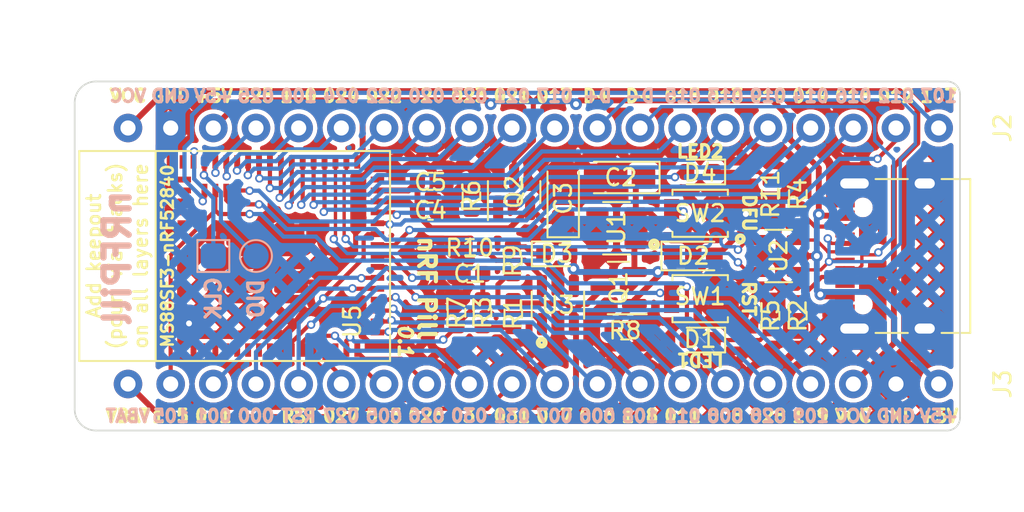
<source format=kicad_pcb>
(kicad_pcb (version 20211014) (generator pcbnew)
  (layers (0 "F.Cu" signal) (31 "B.Cu" signal) (34 "B.Paste" user) (35 "F.Paste" user) (36 "B.SilkS" user "B.Silkscreen") (37 "F.SilkS" user "F.Silkscreen") (38 "B.Mask" user) (39 "F.Mask" user) (44 "Edge.Cuts" user))
  (net 0 "")
  (net 1 "GND")
  (net 2 "VCC")
  (net 3 "BATTERY_PIN")
  (net 4 "VBAT")
  (net 5 "DP+")
  (net 6 "DP-")
  (net 7 "DCCH")
  (net 8 "nRF_VDD")
  (net 9 "RST")
  (net 10 "D+")
  (net 11 "D-")
  (net 12 "SWDIO")
  (net 13 "SWCLK")
  (net 14 "0.27")
  (net 15 "0.05")
  (net 16 "0.23")
  (net 17 "0.07")
  (net 18 "0.06")
  (net 19 "1.08")
  (net 20 "0.11")
  (net 21 "0.08")
  (net 22 "1.09")
  (net 23 "0.12")
  (net 24 "0.16")
  (net 25 "0.14")
  (net 27 "0.19")
  (net 28 "0.13")
  (net 29 "0.15")
  (net 30 "0.17")
  (net 31 "0.21")
  (net 32 "0.20")
  (net 33 "0.22")
  (net 34 "0.24")
  (net 35 "1.00")
  (net 36 "+5V")
  (net 37 "0.00")
  (net 38 "0.01")
  (net 39 "Net-(J1-PadA5)")
  (net 41 "Net-(J1-PadB5)")
  (net 43 "0.25")
  (net 44 "Net-(C2-Pad1)")
  (net 45 "Net-(D1-Pad1)")
  (net 46 "LED_2")
  (net 47 "Net-(D3-Pad1)")
  (net 48 "POWER_PIN")
  (net 49 "Net-(R9-Pad2)")
  (net 50 "Net-(R10-Pad1)")
  (net 51 "DFU")
  (net 53 "LED_1")
  (net 54 "Net-(D4-Pad1)")
  (net 55 "0.26")
  (net 56 "Net-(R1-Pad2)")
  (net 68 "unconnected-(U5-Pad55)")
  (net 69 "unconnected-(U5-Pad56)")
  (net 70 "0.28")
  (net 71 "0.31")
  (net 72 "0.30")
  (net 74 "1.07")
  (footprint "Capacitor_SMD:C_0603_1608Metric" (layer "F.Cu") (at 73.6854 51.8668 180)
    (fp_text reference "C1")
    (fp_text value "100nF")
  )
  (footprint "Resistor_SMD:R_0603_1608Metric" (layer "F.Cu") (at 73.787 47.244 90)
    (fp_text reference "R6")
    (fp_text value "2M")
  )
  (footprint "Capacitor_SMD:C_0603_1608Metric" (layer "F.Cu") (at 71.3486 46.355)
    (fp_text reference "C5")
    (fp_text value "0.1uF")
  )
  (footprint "Library:PinHeader_1x20_P2.54mm_Vertical" (layer "F.Cu") (at 101.6 58.42 -90)
    (fp_text reference "J3")
    (fp_text value " ")
  )
  (footprint "Button_Switch_SMD:SW_SPST_B3U-1000P" (layer "F.Cu") (at 87.4014 53.34 180)
    (fp_text reference "SW1")
    (fp_text value "RST")
  )
  (footprint "Resistor_SMD:R_0603_1608Metric" (layer "F.Cu") (at 76.2762 54.229 -90)
    (fp_text reference "R1")
    (fp_text value "2M")
  )
  (footprint "Resistor_SMD:R_0603_1608Metric" (layer "F.Cu") (at 76.2508 51.0794 -90)
    (fp_text reference "R9")
    (fp_text value "1K")
  )
  (footprint "Capacitor_SMD:C_0603_1608Metric" (layer "F.Cu") (at 71.3486 48.133)
    (fp_text reference "C4")
    (fp_text value "10uF")
  )
  (footprint "Capacitor_Tantalum_SMD:CP_EIA-3216-12_Kemet-S" (layer "F.Cu") (at 82.677 46.1264 180)
    (fp_text reference "C2")
    (fp_text value "10uF")
  )
  (footprint "Diode_SMD:D_SOD-323_HandSoldering" (layer "F.Cu") (at 86.995 50.8)
    (fp_text reference "D2")
    (fp_text value "1N5819")
  )
  (footprint "Library:SOT-23-6" (layer "F.Cu") (at 92.075 50.8)
    (fp_text reference "U2")
    (fp_text value "USBLC6-2SC6")
  )
  (footprint "Library:PinHeader_1x20_P2.54mm_Vertical" (layer "F.Cu") (at 101.6 43.18 -90)
    (fp_text reference "J2")
    (fp_text value " ")
  )
  (footprint "Button_Switch_SMD:SW_SPST_B3U-1000P" (layer "F.Cu") (at 87.4014 48.26 180)
    (fp_text reference "SW2")
    (fp_text value "DFU")
  )
  (footprint "Resistor_SMD:R_0603_1608Metric" (layer "F.Cu") (at 93.218 54.356 -90)
    (fp_text reference "R2")
    (fp_text value "5.1k")
  )
  (footprint "Resistor_SMD:R_0603_1608Metric" (layer "F.Cu") (at 93.218 47.117 -90)
    (fp_text reference "R4")
    (fp_text value "5.1k")
  )
  (footprint "LED_SMD:LED_0603_1608Metric" (layer "F.Cu") (at 87.4014 45.7962 180)
    (fp_text reference "D4")
    (fp_text value "BLUE")
  )
  (footprint "kien242:USB-C-16pin-hight" (layer "F.Cu") (at 99.695 50.8 -90)
    (fp_text reference "J1")
    (fp_text value "USB_C_Receptacle_USB2.0")
  )
  (footprint "Library:SOT-23-5" (layer "F.Cu") (at 82.423 49.149 180)
    (fp_text reference "U1")
    (fp_text value "MIC5219-3.3YM5")
  )
  (footprint "Package_TO_SOT_SMD:SOT-23" (layer "F.Cu") (at 76.327 46.99 90)
    (fp_text reference "Q2")
    (fp_text value "AO3407")
  )
  (footprint "Resistor_SMD:R_0603_1608Metric" (layer "F.Cu") (at 82.931 55.245)
    (fp_text reference "R8")
    (fp_text value "100K")
  )
  (footprint "Package_TO_SOT_SMD:SOT-23" (layer "F.Cu") (at 82.55 52.705 180)
    (fp_text reference "Q1")
    (fp_text value "AO3407")
  )
  (footprint "Resistor_SMD:R_0603_1608Metric" (layer "F.Cu") (at 73.6854 50.3174 180)
    (fp_text reference "R10")
    (fp_text value "RPROG")
  )
  (footprint "Capacitor_Tantalum_SMD:CP_EIA-3216-12_Kemet-S" (layer "F.Cu") (at 79.248 47.371 90)
    (fp_text reference "C3")
    (fp_text value "10uF")
  )
  (footprint "Resistor_SMD:R_0603_1608Metric" (layer "F.Cu") (at 72.898 54.1782 90)
    (fp_text reference "R7")
    (fp_text value "10M")
  )
  (footprint "kien242:MS88SF3-nRF52840" (layer "F.Cu") (at 59.69 50.8 90)
    (fp_text reference "U5")
    (fp_text value "MS88FS3")
  )
  (footprint "Resistor_SMD:R_0603_1608Metric" (layer "F.Cu") (at 91.5924 47.117 90)
    (fp_text reference "R11")
    (fp_text value "1K")
  )
  (footprint "LED_SMD:LED_0603_1608Metric" (layer "F.Cu") (at 78.867 50.673)
    (fp_text reference "D3")
    (fp_text value "BLUE")
  )
  (footprint "Library:SOT-23-5" (layer "F.Cu") (at 78.933 53.721 90)
    (fp_text reference "U3")
    (fp_text value "TP4054")
  )
  (footprint "Resistor_SMD:R_0603_1608Metric" (layer "F.Cu") (at 91.5924 54.356 -90)
    (fp_text reference "R5")
    (fp_text value "1K")
  )
  (footprint "LED_SMD:LED_0603_1608Metric" (layer "F.Cu") (at 87.4014 55.8038 180)
    (fp_text reference "D1")
    (fp_text value "BLUE")
  )
  (footprint "Resistor_SMD:R_0603_1608Metric" (layer "F.Cu") (at 74.4474 54.1782 90)
    (fp_text reference "R3")
    (fp_text value "2M")
  )
  (footprint "TestPoint:TestPoint_Pad_D1.5mm" (layer "B.Cu") (at 60.96 50.8)
    (fp_text reference "J5")
    (fp_text value " ")
  )
  (footprint "TestPoint:TestPoint_Pad_1.5x1.5mm" (layer "B.Cu") (at 58.42 50.8)
    (fp_text reference "J4")
    (fp_text value " ")
  )
  (gr_arc (start 102.108 40.41) (mid 102.646815 40.633185) (end 102.87 41.172) (layer "Edge.Cuts") (width 0.1))
  (gr_arc (start 102.87 60.428) (mid 102.646815 60.966815) (end 102.108 61.19) (layer "Edge.Cuts") (width 0.1))
  (gr_arc (start 51.435 61.19) (mid 50.536974 60.818026) (end 50.165 59.92) (layer "Edge.Cuts") (width 0.1))
  (gr_arc (start 50.165 41.68) (mid 50.536974 40.781974) (end 51.435 40.41) (layer "Edge.Cuts") (width 0.1))
  (gr_line (start 102.108 40.41) (end 51.435 40.41) (layer "Edge.Cuts") (width 0.1))
  (gr_line (start 51.435 61.19) (end 102.108 61.19) (layer "Edge.Cuts") (width 0.1))
  (gr_line (start 102.87 60.428) (end 102.87 41.172) (layer "Edge.Cuts") (width 0.1))
  (gr_line (start 50.165 41.68) (end 50.165 59.92) (layer "Edge.Cuts") (width 0.1))
  (gr_text "014" (at 93.98 41.275) (layer "B.SilkS") (effects (font (size 0.75 0.75) (thickness 0.1875)) (justify mirror)))
  (gr_text "001" (at 58.42 60.325) (layer "B.SilkS") (effects (font (size 0.75 0.75) (thickness 0.1875)) (justify mirror)))
  (gr_text "GND" (at 99.06 60.325) (layer "B.SilkS") (effects (font (size 0.75 0.75) (thickness 0.1875)) (justify mirror)))
  (gr_text "025" (at 60.96 41.275) (layer "B.SilkS") (effects (font (size 0.75 0.75) (thickness 0.1875)) (justify mirror)))
  (gr_text "031" (at 76.2 60.325) (layer "B.SilkS") (effects (font (size 0.75 0.75) (thickness 0.1875)) (justify mirror)))
  (gr_text "028" (at 91.44 60.325) (layer "B.SilkS") (effects (font (size 0.75 0.75) (thickness 0.1875)) (justify mirror)))
  (gr_text "016" (at 96.52 41.275) (layer "B.SilkS") (effects (font (size 0.75 0.75) (thickness 0.1875)) (justify mirror)))
  (gr_text "DIO" (at 60.96 53.34 90) (layer "B.SilkS") (effects (font (size 0.9 0.9) (thickness 0.2)) (justify mirror)))
  (gr_text "021" (at 76.2 41.275) (layer "B.SilkS") (effects (font (size 0.75 0.75) (thickness 0.1875)) (justify mirror)))
  (gr_text "108" (at 83.82 60.325) (layer "B.SilkS") (effects (font (size 0.75 0.75) (thickness 0.1875)) (justify mirror)))
  (gr_text "019" (at 91.44 41.275) (layer "B.SilkS") (effects (font (size 0.75 0.75) (thickness 0.1875)) (justify mirror)))
  (gr_text "022" (at 68.58 41.275) (layer "B.SilkS") (effects (font (size 0.75 0.75) (thickness 0.1875)) (justify mirror)))
  (gr_text "105" (at 55.88 60.325) (layer "B.SilkS") (effects (font (size 0.75 0.75) (thickness 0.1875)) (justify mirror)))
  (gr_text "107" (at 101.6 41.275) (layer "B.SilkS") (effects (font (size 0.75 0.75) (thickness 0.1875)) (justify mirror)))
  (gr_text "nRFPill" (at 52.705 50.927 90) (layer "B.SilkS") (effects (font (size 1.5 1.5) (thickness 0.375)) (justify mirror)))
  (gr_text "005" (at 68.58 60.325) (layer "B.SilkS") (effects (font (size 0.75 0.75) (thickness 0.1875)) (justify mirror)))
  (gr_text "+5V" (at 58.42 41.267202) (layer "B.SilkS") (effects (font (size 0.75 0.75) (thickness 0.1875)) (justify mirror)))
  (gr_text "027" (at 66.04 60.325) (layer "B.SilkS") (effects (font (size 0.75 0.75) (thickness 0.1875)) (justify mirror)))
  (gr_text "+5V" (at 101.6 60.325) (layer "B.SilkS") (effects (font (size 0.75 0.75) (thickness 0.1875)) (justify mirror)))
  (gr_text "026" (at 71.111986 60.313303) (layer "B.SilkS") (effects (font (size 0.75 0.75) (thickness 0.1875)) (justify mirror)))
  (gr_text "VCC" (at 96.52 60.325) (layer "B.SilkS") (effects (font (size 0.75 0.75) (thickness 0.1875)) (justify mirror)))
  (gr_text "GND" (at 55.88 41.275) (layer "B.SilkS") (effects (font (size 0.75 0.75) (thickness 0.1875)) (justify mirror)))
  (gr_text "RST" (at 63.5 60.325) (layer "B.SilkS") (effects (font (size 0.75 0.75) (thickness 0.1875)) (justify mirror)))
  (gr_text "D-\n" (at 83.82 41.275) (layer "B.SilkS") (effects (font (size 0.75 0.75) (thickness 0.1875)) (justify mirror)))
  (gr_text "007" (at 78.729846 60.325) (layer "B.SilkS") (effects (font (size 0.75 0.75) (thickness 0.1875)) (justify mirror)))
  (gr_text "000" (at 60.96 60.325) (layer "B.SilkS") (effects (font (size 0.75 0.75) (thickness 0.1875)) (justify mirror)))
  (gr_text "030" (at 73.650145 60.313303) (layer "B.SilkS") (effects (font (size 0.75 0.75) (thickness 0.1875)) (justify mirror)))
  (gr_text "VCC" (at 53.337942 41.267202) (layer "B.SilkS") (effects (font (size 0.75 0.75) (thickness 0.1875)) (justify mirror)))
  (gr_text "013" (at 88.9 41.275) (layer "B.SilkS") (effects (font (size 0.75 0.75) (thickness 0.1875)) (justify mirror)))
  (gr_text "VBAT" (at 53.34 60.325) (layer "B.SilkS") (effects (font (size 0.75 0.75) (thickness 0.1875)) (justify mirror)))
  (gr_text "024" (at 66.04 41.275) (layer "B.SilkS") (effects (font (size 0.75 0.75) (thickness 0.1875)) (justify mirror)))
  (gr_text "011" (at 86.356615 60.325) (layer "B.SilkS") (effects (font (size 0.75 0.75) (thickness 0.1875)) (justify mirror)))
  (gr_text "100" (at 63.5 41.275) (layer "B.SilkS") (effects (font (size 0.75 0.75) (thickness 0.1875)) (justify mirror)))
  (gr_text "CLK" (at 58.42 53.34 90) (layer "B.SilkS") (effects (font (size 0.9 0.9) (thickness 0.2)) (justify mirror)))
  (gr_text "006" (at 81.28 60.325) (layer "B.SilkS") (effects (font (size 0.75 0.75) (thickness 0.1875)) (justify mirror)))
  (gr_text "008" (at 88.9 60.325) (layer "B.SilkS") (effects (font (size 0.75 0.75) (thickness 0.1875)) (justify mirror)))
  (gr_text "017" (at 78.74 41.275) (layer "B.SilkS") (effects (font (size 0.75 0.75) (thickness 0.1875)) (justify mirror)))
  (gr_text "109" (at 93.98 60.325) (layer "B.SilkS") (effects (font (size 0.75 0.75) (thickness 0.1875)) (justify mirror)))
  (gr_text "012" (at 99.06 41.275) (layer "B.SilkS") (effects (font (size 0.75 0.75) (thickness 0.1875)) (justify mirror)))
  (gr_text "015" (at 86.36 41.275) (layer "B.SilkS") (effects (font (size 0.75 0.75) (thickness 0.1875)) (justify mirror)))
  (gr_text "D+" (at 81.28 41.275) (layer "B.SilkS") (effects (font (size 0.75 0.75) (thickness 0.1875)) (justify mirror)))
  (gr_text "020" (at 71.12 41.275) (layer "B.SilkS") (effects (font (size 0.75 0.75) (thickness 0.1875)) (justify mirror)))
  (gr_text "023" (at 73.66 41.275) (layer "B.SilkS") (effects (font (size 0.75 0.75) (thickness 0.1875)) (justify mirror)))
  (gr_text "008" (at 88.9 60.325) (layer "F.SilkS") (effects (font (size 0.75 0.75) (thickness 0.1875))))
  (gr_text "100" (at 63.5 41.275) (layer "F.SilkS") (effects (font (size 0.75 0.75) (thickness 0.1875))))
  (gr_text "006" (at 81.28 60.325) (layer "F.SilkS") (effects (font (size 0.75 0.75) (thickness 0.1875))))
  (gr_text "016" (at 96.52 41.275) (layer "F.SilkS") (effects (font (size 0.75 0.75) (thickness 0.1875))))
  (gr_text "RST" (at 63.5 60.325) (layer "F.SilkS") (effects (font (size 0.75 0.75) (thickness 0.1875))))
  (gr_text "0.1" (at 69.85 55.88 270) (layer "F.SilkS") (effects (font (size 0.8 0.8) (thickness 0.2) italic)))
  (gr_text "024" (at 66.038971 41.267202) (layer "F.SilkS") (effects (font (size 0.75 0.75) (thickness 0.1875))))
  (gr_text "020" (at 71.111986 41.263303) (layer "F.SilkS") (effects (font (size 0.75 0.75) (thickness 0.1875))))
  (gr_text "VBAT" (at 53.34 60.325) (layer "F.SilkS") (effects (font (size 0.75 0.75) (thickness 0.1875))))
  (gr_text "027" (at 66.038971 60.317202) (layer "F.SilkS") (effects (font (size 0.75 0.75) (thickness 0.1875))))
  (gr_text "+5V" (at 101.6 60.325) (layer "F.SilkS") (effects (font (size 0.75 0.75) (thickness 0.1875))))
  (gr_text "030" (at 73.650145 60.313303) (layer "F.SilkS") (effects (font (size 0.75 0.75) (thickness 0.1875))))
  (gr_text "109" (at 93.98 60.325) (layer "F.SilkS") (effects (font (size 0.75 0.75) (thickness 0.1875))))
  (gr_text "014" (at 93.98 41.275) (layer "F.SilkS") (effects (font (size 0.75 0.75) (thickness 0.1875))))
  (gr_text "019" (at 91.44 41.275) (layer "F.SilkS") (effects (font (size 0.75 0.75) (thickness 0.1875))))
  (gr_text "021" (at 76.2 41.275) (layer "F.SilkS") (effects (font (size 0.75 0.75) (thickness 0.1875))))
  (gr_text "D-\n" (at 83.82 41.275) (layer "F.SilkS") (effects (font (size 0.75 0.75) (thickness 0.1875))))
  (gr_text "105" (at 55.88 60.325) (layer "F.SilkS") (effects (font (size 0.75 0.75) (thickness 0.1875))))
  (gr_text "GND" (at 55.88 41.275) (layer "F.SilkS") (effects (font (size 0.75 0.75) (thickness 0.1875))))
  (gr_text "LED1" (at 87.4014 56.9722 180) (layer "F.SilkS") (effects (font (size 0.75 0.75) (thickness 0.1875))))
  (gr_text "022" (at 68.58 41.275) (layer "F.SilkS") (effects (font (size 0.75 0.75) (thickness 0.1875))))
  (gr_text "005" (at 68.58 60.325) (layer "F.SilkS") (effects (font (size 0.75 0.75) (thickness 0.1875))))
  (gr_text "RST" (at 90.297 53.34 270) (layer "F.SilkS") (effects (font (size 0.75 0.75) (thickness 0.1875))))
  (gr_text "VCC" (at 96.52 60.325) (layer "F.SilkS") (effects (font (size 0.75 0.75) (thickness 0.1875))))
  (gr_text "007" (at 78.729846 60.324999) (layer "F.SilkS") (effects (font (size 0.75 0.75) (thickness 0.1875))))
  (gr_text "VCC" (at 53.337942 41.267202) (layer "F.SilkS") (effects (font (size 0.75 0.75) (thickness 0.1875))))
  (gr_text "028" (at 91.44 60.325) (layer "F.SilkS") (effects (font (size 0.75 0.75) (thickness 0.1875))))
  (gr_text "031" (at 76.2 60.325) (layer "F.SilkS") (effects (font (size 0.75 0.75) (thickness 0.1875))))
  (gr_text "000" (at 60.957942 60.317202) (layer "F.SilkS") (effects (font (size 0.75 0.75) (thickness 0.1875))))
  (gr_text "108" (at 83.82 60.325) (layer "F.SilkS") (effects (font (size 0.75 0.75) (thickness 0.1875))))
  (gr_text "107" (at 101.6 41.275) (layer "F.SilkS") (effects (font (size 0.75 0.75) (thickness 0.1875))))
  (gr_text "012" (at 99.06 41.275) (layer "F.SilkS") (effects (font (size 0.75 0.75) (thickness 0.1875))))
  (gr_text "025" (at 60.957942 41.267202) (layer "F.SilkS") (effects (font (size 0.75 0.75) (thickness 0.1875))))
  (gr_text "DFU" (at 90.3224 48.2346 270) (layer "F.SilkS") (effects (font (size 0.75 0.75) (thickness 0.1875))))
  (gr_text "023" (at 73.650145 41.263303) (layer "F.SilkS") (effects (font (size 0.75 0.75) (thickness 0.1875))))
  (gr_text "nRF Pill" (at 71.12 52.705 270) (layer "F.SilkS") (effects (font (size 1 1) (thickness 0.25))))
  (gr_text "013" (at 88.9 41.275) (layer "F.SilkS") (effects (font (size 0.75 0.75) (thickness 0.1875))))
  (gr_text "LED2" (at 87.4014 44.577) (layer "F.SilkS") (effects (font (size 0.75 0.75) (thickness 0.1875))))
  (gr_text "017" (at 78.729846 41.274999) (layer "F.SilkS") (effects (font (size 0.75 0.75) (thickness 0.1875))))
  (gr_text "011" (at 86.356615 60.324999) (layer "F.SilkS") (effects (font (size 0.75 0.75) (thickness 0.1875))))
  (gr_text "015" (at 86.356615 41.274999) (layer "F.SilkS") (effects (font (size 0.75 0.75) (thickness 0.1875))))
  (gr_text "026" (at 71.111986 60.313303) (layer "F.SilkS") (effects (font (size 0.75 0.75) (thickness 0.1875))))
  (gr_text "001" (at 58.42 60.325) (layer "F.SilkS") (effects (font (size 0.75 0.75) (thickness 0.1875))))
  (gr_text "+5V" (at 58.418971 41.267202) (layer "F.SilkS") (effects (font (size 0.75 0.75) (thickness 0.1875))))
  (gr_text "GND" (at 99.06 60.325) (layer "F.SilkS") (effects (font (size 0.75 0.75) (thickness 0.1875))))
  (gr_text "D+" (at 81.28 41.275) (layer "F.SilkS") (effects (font (size 0.75 0.75) (thickness 0.1875))))
  (segment (start 66.893511 46.470179) (end 66.893511 50.632289) (width 0.3) (layer "F.Cu") (net 1))
  (segment (start 66.93708 46.426609) (end 67.095845 46.267845) (width 0.3) (layer "F.Cu") (net 1))
  (segment (start 93.218 46.3164) (end 93.218 46.2045) (width 0.35) (layer "F.Cu") (net 1))
  (segment (start 91.313 48.0295) (end 91.5049 48.0295) (width 0.35) (layer "F.Cu") (net 1))
  (segment (start 90.078716 48.26) (end 89.1014 48.26) (width 0.35) (layer "F.Cu") (net 1))
  (segment (start 91.678862 50.8) (end 92.075 51.196138) (width 0.35) (layer "F.Cu") (net 1))
  (segment (start 90.475968 47.942) (end 91.313 47.942) (width 0.35) (layer "F.Cu") (net 1))
  (segment (start 91.5049 48.0295) (end 93.218 46.3164) (width 0.35) (layer "F.Cu") (net 1))
  (segment (start 67.095845 46.267845) (end 66.893511 46.470179) (width 0.3) (layer "F.Cu") (net 1))
  (segment (start 67.7602 56) (end 67.2465 55.4863) (width 0.3) (layer "F.Cu") (net 1))
  (segment (start 67.2465 55.4863) (end 67.2592 55.4736) (width 0.3) (layer "F.Cu") (net 1))
  (segment (start 67.095845 46.267845) (end 67.763689 45.6) (width 0.3) (layer "F.Cu") (net 1))
  (segment (start 65.1758 52.35) (end 62.94 52.35) (width 0.3) (layer "F.Cu") (net 1))
  (segment (start 67.763689 45.6) (end 68.19 45.6) (width 0.3) (layer "F.Cu") (net 1))
  (segment (start 93.218 55.1566) (end 93.218 55.2685) (width 0.35) (layer "F.Cu") (net 1))
  (segment (start 90.118342 48.299626) (end 90.475968 47.942) (width 0.35) (layer "F.Cu") (net 1))
  (segment (start 90.118342 48.299626) (end 90.078716 48.26) (width 0.35) (layer "F.Cu") (net 1))
  (segment (start 56.59 55.1954) (end 56.59 56.4) (width 0.35) (layer "F.Cu") (net 1))
  (segment (start 92.075 51.689) (end 92.075 52.324) (width 0.35) (layer "F.Cu") (net 1))
  (segment (start 67.2592 55.4736) (end 67.2592 54.864) (width 0.3) (layer "F.Cu") (net 1))
  (segment (start 96.0166 54) (end 96.0166 54.5466) (width 0.35) (layer "F.Cu") (net 1))
  (segment (start 92.075 51.196138) (end 92.075 51.689) (width 0.35) (layer "F.Cu") (net 1))
  (segment (start 56.9722 54.8132) (end 56.59 55.1954) (width 0.35) (layer "F.Cu") (net 1))
  (segment (start 96.0166 47.0534) (end 96.59 46.48) (width 0.35) (layer "F.Cu") (net 1))
  (segment (start 91.4014 53.34) (end 93.218 55.1566) (width 0.35) (layer "F.Cu") (net 1))
  (segment (start 89.33 53.34) (end 91.4014 53.34) (width 0.35) (layer "F.Cu") (net 1))
  (segment (start 68.19 56) (end 67.7602 56) (width 0.3) (layer "F.Cu") (net 1))
  (segment (start 66.893511 50.632289) (end 65.1758 52.35) (width 0.3) (layer "F.Cu") (net 1))
  (segment (start 96.0166 47.6) (end 96.0166 47.0534) (width 0.35) (layer "F.Cu") (net 1))
  (segment (start 90.9375 50.8) (end 91.678862 50.8) (width 0.35) (layer "F.Cu") (net 1))
  (segment (start 96.0166 54.5466) (end 96.59 55.12) (width 0.35) (layer "F.Cu") (net 1))
  (via (at 56.9722 54.8132) (size 0.7) (drill 0.35) (layers "F.Cu" "B.Cu") (net 1))
  (via (at 90.118342 48.299626) (size 0.7) (drill 0.35) (layers "F.Cu" "B.Cu") (net 1))
  (segment (start 96.59 46.48) (end 95.125 46.48) (width 0.35) (layer "B.Cu") (net 1))
  (segment (start 95.125 46.48) (end 93.4974 48.1076) (width 0.35) (layer "B.Cu") (net 1))
  (segment (start 90.310368 48.1076) (end 90.118342 48.299626) (width 0.35) (layer "B.Cu") (net 1))
  (segment (start 93.4974 48.1076) (end 90.310368 48.1076) (width 0.35) (layer "B.Cu") (net 1))
  (segment (start 79.15748 40.98452) (end 78.16688 40.98452) (width 0.35) (layer "F.Cu") (net 2))
  (segment (start 77.47 43.942) (end 77.47 43.8404) (width 0.3) (layer "F.Cu") (net 2))
  (segment (start 98.933 45.466) (end 98.933 56.007) (width 0.35) (layer "F.Cu") (net 2))
  (segment (start 53.34 43.18) (end 55.53548 40.98452) (width 0.35) (layer "F.Cu") (net 2))
  (segment (start 76.327 46.0525) (end 76.327 45.085) (width 0.3) (layer "F.Cu") (net 2))
  (segment (start 79.15748 40.98452) (end 99.27752 40.98452) (width 0.35) (layer "F.Cu") (net 2))
  (segment (start 75.45232 40.98452) (end 76.77312 40.98452) (width 0.35) (layer "F.Cu") (net 2))
  (segment (start 76.327 45.085) (end 77.47 43.942) (width 0.3) (layer "F.Cu") (net 2))
  (segment (start 77.47 43.8404) (end 77.47 41.6814) (width 0.3) (layer "F.Cu") (net 2))
  (segment (start 98.933 56.007) (end 96.52 58.42) (width 0.35) (layer "F.Cu") (net 2))
  (segment (start 55.53548 40.98452) (end 75.45232 40.98452) (width 0.35) (layer "F.Cu") (net 2))
  (segment (start 100.33 44.069) (end 98.933 45.466) (width 0.35) (layer "F.Cu") (net 2))
  (segment (start 99.27752 40.98452) (end 100.33 42.037) (width 0.35) (layer "F.Cu") (net 2))
  (segment (start 100.33 42.037) (end 100.33 44.069) (width 0.35) (layer "F.Cu") (net 2))
  (segment (start 78.16688 40.98452) (end 77.47 41.6814) (width 0.35) (layer "F.Cu") (net 2))
  (segment (start 76.77312 40.98452) (end 77.47 41.6814) (width 0.35) (layer "F.Cu") (net 2))
  (segment (start 74.4604 51.8668) (end 74.4604 53.3402) (width 0.3) (layer "F.Cu") (net 3))
  (segment (start 72.1106 55.778731) (end 72.122469 55.778731) (width 0.25) (layer "F.Cu") (net 3))
  (segment (start 72.898 55.0032) (end 72.898 54.9026) (width 0.3) (layer "F.Cu") (net 3))
  (segment (start 66.557119 55.63183) (end 66.34 55.848949) (width 0.25) (layer "F.Cu") (net 3))
  (segment (start 74.4604 53.3402) (end 74.4474 53.3532) (width 0.3) (layer "F.Cu") (net 3))
  (segment (start 72.122469 55.778731) (end 72.898 55.0032) (width 0.25) (layer "F.Cu") (net 3))
  (segment (start 66.34 55.848949) (end 66.34 56.4) (width 0.25) (layer "F.Cu") (net 3))
  (segment (start 72.898 54.9026) (end 74.4474 53.3532) (width 0.3) (layer "F.Cu") (net 3))
  (via (at 72.1106 55.778731) (size 0.5) (drill 0.3) (layers "F.Cu" "B.Cu") (net 3))
  (via (at 66.557119 55.63183) (size 0.5) (drill 0.3) (layers "F.Cu" "B.Cu") (net 3))
  (segment (start 66.808685 55.883396) (end 72.005935 55.883396) (width 0.25) (layer "B.Cu") (net 3))
  (segment (start 72.005935 55.883396) (end 72.1106 55.778731) (width 0.25) (layer "B.Cu") (net 3))
  (segment (start 66.557119 55.63183) (end 66.808685 55.883396) (width 0.25) (layer "B.Cu") (net 3))
  (segment (start 79.883 54.0512) (end 79.4512 53.6194) (width 0.35) (layer "F.Cu") (net 4))
  (segment (start 79.883 54.991) (end 80.01 55.118) (width 0.35) (layer "F.Cu") (net 4))
  (segment (start 55.312719 60.392719) (end 53.34 58.42) (width 0.35) (layer "F.Cu") (net 4))
  (segment (start 80.01 55.118) (end 80.01 59.3725) (width 0.35) (layer "F.Cu") (net 4))
  (segment (start 78.989781 60.392719) (end 55.312719 60.392719) (width 0.35) (layer "F.Cu") (net 4))
  (segment (start 80.6727 53.6448) (end 81.6125 52.705) (width 0.35) (layer "F.Cu") (net 4))
  (segment (start 79.883 54.0766) (end 80.3148 53.6448) (width 0.35) (layer "F.Cu") (net 4))
  (segment (start 80.01 59.3725) (end 78.989781 60.392719) (width 0.35) (layer "F.Cu") (net 4))
  (segment (start 79.883 54.8585) (end 79.883 54.991) (width 0.35) (layer "F.Cu") (net 4))
  (segment (start 80.3148 53.6448) (end 80.6727 53.6448) (width 0.35) (layer "F.Cu") (net 4))
  (segment (start 76.49272 53.62052) (end 76.2762 53.404) (width 0.35) (layer "F.Cu") (net 4))
  (segment (start 79.45008 53.62052) (end 76.49272 53.62052) (width 0.35) (layer "F.Cu") (net 4))
  (segment (start 79.883 54.8585) (end 79.883 54.0512) (width 0.35) (layer "F.Cu") (net 4))
  (segment (start 96.043721 50.031279) (end 96.025 50.05) (width 0.2) (layer "F.Cu") (net 5))
  (segment (start 96.025 51.05) (end 95.127 51.05) (width 0.2) (layer "F.Cu") (net 5))
  (segment (start 94.582037 51.62548) (end 93.33702 51.62548) (width 0.2) (layer "F.Cu") (net 5))
  (segment (start 94.99858 49.75642) (end 94.99858 49.816526) (width 0.2) (layer "F.Cu") (net 5))
  (segment (start 93.33702 51.62548) (end 93.2125 51.75) (width 0.2) (layer "F.Cu") (net 5))
  (segment (start 95.232054 50.05) (end 96.025 50.05) (width 0.2) (layer "F.Cu") (net 5))
  (segment (start 95.127 51.05) (end 95.072362 51.104638) (width 0.2) (layer "F.Cu") (net 5))
  (segment (start 94.99858 49.816526) (end 95.232054 50.05) (width 0.2) (layer "F.Cu") (net 5))
  (segment (start 95.072362 51.104638) (end 95.072362 51.135155) (width 0.2) (layer "F.Cu") (net 5))
  (segment (start 95.072362 51.135155) (end 94.582037 51.62548) (width 0.2) (layer "F.Cu") (net 5))
  (segment (start 95.127 51.05) (end 95.127 51.080517) (width 0.2) (layer "F.Cu") (net 5))
  (via (at 95.072362 51.135155) (size 0.5) (drill 0.3) (layers "F.Cu" "B.Cu") (net 5))
  (via (at 94.99858 49.75642) (size 0.5) (drill 0.3) (layers "F.Cu" "B.Cu") (net 5))
  (segment (start 99.330119 41.510481) (end 82.949519 41.510481) (width 0.2) (layer "B.Cu") (net 5))
  (segment (start 95.072362 49.830202) (end 95.072362 51.135155) (width 0.2) (layer "B.Cu") (net 5))
  (segment (start 99.314 50.0634) (end 99.313999 45.027993) (width 0.2) (layer "B.Cu") (net 5))
  (segment (start 82.949519 41.510481) (end 81.28 43.18) (width 0.2) (layer "B.Cu") (net 5))
  (segment (start 94.99858 49.75642) (end 95.072362 49.830202) (width 0.2) (layer "B.Cu") (net 5))
  (segment (start 99.313999 45.027993) (end 100.209511 44.132481) (width 0.2) (layer "B.Cu") (net 5))
  (segment (start 98.242245 51.135155) (end 99.314 50.0634) (width 0.2) (layer "B.Cu") (net 5))
  (segment (start 100.209511 42.389873) (end 99.330119 41.510481) (width 0.2) (layer "B.Cu") (net 5))
  (segment (start 95.072362 51.135155) (end 98.242245 51.135155) (width 0.2) (layer "B.Cu") (net 5))
  (segment (start 100.209511 44.132481) (end 100.209511 42.389873) (width 0.2) (layer "B.Cu") (net 5))
  (segment (start 94.996011 50.546011) (end 94.996011 50.530963) (width 0.2) (layer "F.Cu") (net 6))
  (segment (start 95 50.55) (end 94.996011 50.546011) (width 0.2) (layer "F.Cu") (net 6))
  (segment (start 94.996011 50.530963) (end 94.315048 49.85) (width 0.2) (layer "F.Cu") (net 6))
  (segment (start 97.867721 50.728978) (end 97.028 50.728978) (width 0.2) (layer "F.Cu") (net 6))
  (segment (start 96.849022 50.55) (end 96.025 50.55) (width 0.2) (layer "F.Cu") (net 6))
  (segment (start 96.025 51.55) (end 96.849022 51.55) (width 0.2) (layer "F.Cu") (net 6))
  (segment (start 96.025 50.55) (end 95 50.55) (width 0.2) (layer "F.Cu") (net 6))
  (segment (start 98.011044 50.585655) (end 97.867721 50.728978) (width 0.2) (layer "F.Cu") (net 6))
  (segment (start 97.028 51.371022) (end 97.028 50.728978) (width 0.2) (layer "F.Cu") (net 6))
  (segment (start 94.315048 49.85) (end 93.2125 49.85) (width 0.2) (layer "F.Cu") (net 6))
  (segment (start 97.028 50.728978) (end 96.849022 50.55) (width 0.2) (layer "F.Cu") (net 6))
  (segment (start 95.974511 51.499511) (end 96.025 51.55) (width 0.2) (layer "F.Cu") (net 6))
  (segment (start 96.849022 51.55) (end 97.028 51.371022) (width 0.2) (layer "F.Cu") (net 6))
  (via (at 98.011044 50.585655) (size 0.5) (drill 0.3) (layers "F.Cu" "B.Cu") (net 6))
  (segment (start 97.79 43.9166) (end 97.79 42.545) (width 0.2) (layer "B.Cu") (net 6))
  (segment (start 97.79 42.545) (end 97.155 41.91) (width 0.2) (layer "B.Cu") (net 6))
  (segment (start 85.09 41.91) (end 83.82 43.18) (width 0.2) (layer "B.Cu") (net 6))
  (segment (start 98.011044 50.585655) (end 98.91448 49.682219) (width 0.2) (layer "B.Cu") (net 6))
  (segment (start 98.91448 49.682219) (end 98.91448 45.04108) (width 0.2) (layer "B.Cu") (net 6))
  (segment (start 97.155 41.91) (end 85.09 41.91) (width 0.2) (layer "B.Cu") (net 6))
  (segment (start 98.91448 45.04108) (end 97.79 43.9166) (width 0.2) (layer "B.Cu") (net 6))
  (segment (start 68.19 46.9) (end 70.0286 46.9) (width 0.35) (layer "F.Cu") (net 8))
  (segment (start 70.0286 46.9) (end 70.5736 46.355) (width 0.35) (layer "F.Cu") (net 8))
  (segment (start 76.0555 49.149) (end 77.277 47.9275) (width 0.35) (layer "F.Cu") (net 8))
  (segment (start 69.9906 47.55) (end 68.19 47.55) (width 0.35) (layer "F.Cu") (net 8))
  (segment (start 70.5736 48.133) (end 70.5736 48.3486) (width 0.35) (layer "F.Cu") (net 8))
  (segment (start 71.374 49.149) (end 76.0555 49.149) (width 0.35) (layer "F.Cu") (net 8))
  (segment (start 79.4664 48.721) (end 79.248 48.721) (width 0.35) (layer "F.Cu") (net 8))
  (segment (start 70.5736 48.3486) (end 71.374 49.149) (width 0.35) (layer "F.Cu") (net 8))
  (segment (start 80.8444 50.099) (end 79.4664 48.721) (width 0.35) (layer "F.Cu") (net 8))
  (segment (start 70.5736 48.133) (end 69.9906 47.55) (width 0.35) (layer "F.Cu") (net 8))
  (segment (start 78.0705 48.721) (end 79.248 48.721) (width 0.35) (layer "F.Cu") (net 8))
  (segment (start 77.277 47.9275) (end 78.0705 48.721) (width 0.35) (layer "F.Cu") (net 8))
  (segment (start 70.5736 46.355) (end 70.5736 48.133) (width 0.35) (layer "F.Cu") (net 8))
  (segment (start 85.0138 52.99942) (end 85.36082 52.99942) (width 0.25) (layer "F.Cu") (net 9))
  (segment (start 85.36082 52.99942) (end 85.7014 53.34) (width 0.25) (layer "F.Cu") (net 9))
  (segment (start 64.960692 53.327492) (end 67.368031 50.920153) (width 0.25) (layer "F.Cu") (net 9))
  (segment (start 67.368031 50.920153) (end 67.368031 49.747947) (width 0.25) (layer "F.Cu") (net 9))
  (segment (start 67.615978 49.5) (end 68.19 49.5) (width 0.25) (layer "F.Cu") (net 9))
  (segment (start 67.368031 49.747947) (end 67.615978 49.5) (width 0.25) (layer "F.Cu") (net 9))
  (via (at 64.960692 53.327492) (size 0.5) (drill 0.3) (layers "F.Cu" "B.Cu") (net 9))
  (via (at 85.0138 52.99942) (size 0.5) (drill 0.3) (layers "F.Cu" "B.Cu") (net 9))
  (segment (start 64.960692 53.327492) (end 64.960308 53.327492) (width 0.25) (layer "B.Cu") (net 9))
  (segment (start 68.719624 51.524294) (end 66.916426 53.327492) (width 0.25) (layer "B.Cu") (net 9))
  (segment (start 63.5 54.7878) (end 63.5 58.42) (width 0.25) (layer "B.Cu") (net 9))
  (segment (start 64.960308 53.327492) (end 63.5 54.7878) (width 0.25) (layer "B.Cu") (net 9))
  (segment (start 78.001673 51.524294) (end 68.719624 51.524294) (width 0.25) (layer "B.Cu") (net 9))
  (segment (start 79.476799 52.99942) (end 78.001673 51.524294) (width 0.25) (layer "B.Cu") (net 9))
  (segment (start 85.0138 52.99942) (end 79.476799 52.99942) (width 0.25) (layer "B.Cu") (net 9))
  (segment (start 66.916426 53.327492) (end 64.960692 53.327492) (width 0.25) (layer "B.Cu") (net 9))
  (segment (start 65.594529 49.79063) (end 65.69 49.695159) (width 0.2) (layer "F.Cu") (net 10))
  (segment (start 65.69 49.695159) (end 65.69 45.2) (width 0.2) (layer "F.Cu") (net 10))
  (segment (start 90.9375 51.75) (end 90.229002 51.75) (width 0.2) (layer "F.Cu") (net 10))
  (segment (start 90.229002 51.75) (end 89.654002 51.175) (width 0.2) (layer "F.Cu") (net 10))
  (via (at 65.594529 49.79063) (size 0.5) (drill 0.3) (layers "F.Cu" "B.Cu") (net 10))
  (via (at 89.654002 51.175) (size 0.5) (drill 0.3) (layers "F.Cu" "B.Cu") (net 10))
  (segment (start 65.594529 49.79063) (end 65.594529 49.861656) (width 0.2) (layer "B.Cu") (net 10))
  (segment (start 66.383139 50.650266) (end 89.102141 50.650266) (width 0.2) (layer "B.Cu") (net 10))
  (segment (start 89.102141 50.650266) (end 89.626875 51.175) (width 0.2) (layer "B.Cu") (net 10))
  (segment (start 89.626875 51.175) (end 89.654002 51.175) (width 0.2) (layer "B.Cu") (net 10))
  (segment (start 65.594529 49.861656) (end 66.383139 50.650266) (width 0.2) (layer "B.Cu") (net 10))
  (segment (start 66.34 45.6994) (end 66.34 45.2) (width 0.2) (layer "F.Cu") (net 11))
  (segment (start 66.208127 49.698127) (end 66.208127 45.831273) (width 0.2) (layer "F.Cu") (net 11))
  (segment (start 66.208127 45.831273) (end 66.34 45.6994) (width 0.2) (layer "F.Cu") (net 11))
  (segment (start 90.9375 49.85) (end 90.229002 49.85) (width 0.2) (layer "F.Cu") (net 11))
  (segment (start 90.229002 49.85) (end 89.654002 50.425) (width 0.2) (layer "F.Cu") (net 11))
  (segment (start 66.294 49.784) (end 66.208127 49.698127) (width 0.2) (layer "F.Cu") (net 11))
  (via (at 89.654002 50.425) (size 0.5) (drill 0.3) (layers "F.Cu" "B.Cu") (net 11))
  (via (at 66.294 49.784) (size 0.5) (drill 0.3) (layers "F.Cu" "B.Cu") (net 11))
  (segment (start 88.041146 49.950746) (end 88.041146 49.755219) (width 0.2) (layer "B.Cu") (net 11))
  (segment (start 88.941146 50.250746) (end 88.991146 50.250746) (width 0.2) (layer "B.Cu") (net 11))
  (segment (start 66.294 49.784) (end 66.760746 50.250746) (width 0.2) (layer "B.Cu") (net 11))
  (segment (start 89.479748 50.250746) (end 89.654002 50.425) (width 0.2) (layer "B.Cu") (net 11))
  (segment (start 88.641146 49.755219) (end 88.641146 49.950746) (width 0.2) (layer "B.Cu") (net 11))
  (segment (start 66.760746 50.250746) (end 87.741146 50.250746) (width 0.2) (layer "B.Cu") (net 11))
  (segment (start 88.991146 50.250746) (end 89.479748 50.250746) (width 0.2) (layer "B.Cu") (net 11))
  (arc (start 88.341146 49.455219) (mid 88.553278 49.543087) (end 88.641146 49.755219) (width 0.2) (layer "B.Cu") (net 11))
  (arc (start 87.741146 50.250746) (mid 87.953278 50.162878) (end 88.041146 49.950746) (width 0.2) (layer "B.Cu") (net 11))
  (arc (start 88.041146 49.755219) (mid 88.129014 49.543087) (end 88.341146 49.455219) (width 0.2) (layer "B.Cu") (net 11))
  (arc (start 88.641146 49.950746) (mid 88.729014 50.162878) (end 88.941146 50.250746) (width 0.2) (layer "B.Cu") (net 11))
  (segment (start 57.89 45.955265) (end 57.861081 45.984184) (width 0.25) (layer "F.Cu") (net 12))
  (segment (start 57.89 45.2) (end 57.89 45.955265) (width 0.25) (layer "F.Cu") (net 12))
  (via (at 57.861081 45.984184) (size 0.5) (drill 0.3) (layers "F.Cu" "B.Cu") (net 12))
  (segment (start 58.86952 48.70952) (end 60.96 50.8) (width 0.25) (layer "B.Cu") (net 12))
  (segment (start 57.861081 45.984184) (end 58.86952 46.992623) (width 0.25) (layer "B.Cu") (net 12))
  (segment (start 58.86952 46.992623) (end 58.86952 48.70952) (width 0.25) (layer "B.Cu") (net 12))
  (segment (start 57.24 44.614) (end 57.277 44.577) (width 0.25) (layer "F.Cu") (net 13))
  (segment (start 57.24 45.2) (end 57.24 44.614) (width 0.25) (layer "F.Cu") (net 13))
  (via (at 57.277 44.577) (size 0.5) (drill 0.3) (layers "F.Cu" "B.Cu") (net 13))
  (segment (start 58.42 47.355585) (end 58.42 50.8) (width 0.25) (layer "B.Cu") (net 13))
  (segment (start 57.277 46.212585) (end 58.42 47.355585) (width 0.25) (layer "B.Cu") (net 13))
  (segment (start 57.277 44.577) (end 57.277 46.212585) (width 0.25) (layer "B.Cu") (net 13))
  (segment (start 66.04 57.9628) (end 66.04 58.42) (width 0.25) (layer "F.Cu") (net 14))
  (segment (start 65.04 56.9628) (end 66.04 57.9628) (width 0.25) (layer "F.Cu") (net 14))
  (segment (start 65.04 56.4) (end 65.04 56.9628) (width 0.25) (layer "F.Cu") (net 14))
  (segment (start 67.029882 57.1754) (end 66.0654 57.1754) (width 0.25) (layer "F.Cu") (net 15))
  (segment (start 65.69 56.8) (end 65.69 56.4) (width 0.25) (layer "F.Cu") (net 15))
  (segment (start 66.0654 57.1754) (end 65.69 56.8) (width 0.25) (layer "F.Cu") (net 15))
  (segment (start 68.58 58.42) (end 68.274482 58.42) (width 0.25) (layer "F.Cu") (net 15))
  (segment (start 68.274482 58.42) (end 67.029882 57.1754) (width 0.25) (layer "F.Cu") (net 15))
  (segment (start 61.788185 46.75204) (end 61.79 46.750225) (width 0.25) (layer "F.Cu") (net 16))
  (segment (start 61.79 46.750225) (end 61.79 45.2) (width 0.25) (layer "F.Cu") (net 16))
  (via (at 61.788185 46.75204) (size 0.5) (drill 0.3) (layers "F.Cu" "B.Cu") (net 16))
  (segment (start 62.47083 46.75204) (end 63.42431 45.79856) (width 0.25) (layer "B.Cu") (net 16))
  (segment (start 71.81348 45.02652) (end 73.66 43.18) (width 0.25) (layer "B.Cu") (net 16))
  (segment (start 67.105876 45.798559) (end 67.877915 45.02652) (width 0.25) (layer "B.Cu") (net 16))
  (segment (start 61.788185 46.75204) (end 62.47083 46.75204) (width 0.25) (layer "B.Cu") (net 16))
  (segment (start 63.42431 45.79856) (end 67.105876 45.798559) (width 0.25) (layer "B.Cu") (net 16))
  (segment (start 67.877915 45.02652) (end 71.81348 45.02652) (width 0.25) (layer "B.Cu") (net 16))
  (segment (start 68.231115 55.308885) (end 68.19 55.35) (width 0.25) (layer "F.Cu") (net 17))
  (segment (start 68.857635 55.308885) (end 68.231115 55.308885) (width 0.25) (layer "F.Cu") (net 17))
  (via (at 68.857635 55.308885) (size 0.5) (drill 0.3) (layers "F.Cu" "B.Cu") (net 17))
  (segment (start 68.962289 55.204231) (end 75.524231 55.204231) (width 0.25) (layer "B.Cu") (net 17))
  (segment (start 75.524231 55.204231) (end 78.74 58.42) (width 0.25) (layer "B.Cu") (net 17))
  (segment (start 68.857635 55.308885) (end 68.962289 55.204231) (width 0.25) (layer "B.Cu") (net 17))
  (segment (start 68.954804 54.7) (end 68.19 54.7) (width 0.25) (layer "F.Cu") (net 18))
  (segment (start 69.025084 54.62972) (end 68.954804 54.7) (width 0.25) (layer "F.Cu") (net 18))
  (via (at 69.025084 54.62972) (size 0.5) (drill 0.3) (layers "F.Cu" "B.Cu") (net 18))
  (segment (start 81.083075 58.42) (end 81.28 58.42) (width 0.25) (layer "B.Cu") (net 18))
  (segment (start 77.417786 54.754711) (end 81.083075 58.42) (width 0.25) (layer "B.Cu") (net 18))
  (segment (start 69.150075 54.754711) (end 77.417786 54.754711) (width 0.25) (layer "B.Cu") (net 18))
  (segment (start 69.025084 54.62972) (end 69.150075 54.754711) (width 0.25) (layer "B.Cu") (net 18))
  (segment (start 69.030234 54.05) (end 68.19 54.05) (width 0.25) (layer "F.Cu") (net 19))
  (segment (start 69.140439 53.939795) (end 69.030234 54.05) (width 0.25) (layer "F.Cu") (net 19))
  (via (at 69.140439 53.939795) (size 0.5) (drill 0.3) (layers "F.Cu" "B.Cu") (net 19))
  (segment (start 78.670792 55.372) (end 80.772 55.372) (width 0.25) (layer "B.Cu") (net 19))
  (segment (start 69.255853 54.055209) (end 69.263055 54.055209) (width 0.25) (layer "B.Cu") (net 19))
  (segment (start 80.772 55.372) (end 83.82 58.42) (width 0.25) (layer "B.Cu") (net 19))
  (segment (start 69.513037 54.305191) (end 77.603983 54.305191) (width 0.25) (layer "B.Cu") (net 19))
  (segment (start 69.140439 53.939795) (end 69.255853 54.055209) (width 0.25) (layer "B.Cu") (net 19))
  (segment (start 69.263055 54.055209) (end 69.513037 54.305191) (width 0.25) (layer "B.Cu") (net 19))
  (segment (start 77.603983 54.305191) (end 78.670792 55.372) (width 0.25) (layer "B.Cu") (net 19))
  (segment (start 69.033061 53.247816) (end 68.880877 53.4) (width 0.25) (layer "F.Cu") (net 20))
  (segment (start 68.880877 53.4) (end 68.19 53.4) (width 0.25) (layer "F.Cu") (net 20))
  (segment (start 69.2658 53.247816) (end 69.033061 53.247816) (width 0.25) (layer "F.Cu") (net 20))
  (via (at 69.2658 53.247816) (size 0.5) (drill 0.3) (layers "F.Cu" "B.Cu") (net 20))
  (segment (start 82.86248 54.92248) (end 86.36 58.42) (width 0.25) (layer "B.Cu") (net 20))
  (segment (start 69.270147 53.247816) (end 69.878002 53.855671) (width 0.25) (layer "B.Cu") (net 20))
  (segment (start 78.856989 54.92248) (end 82.86248 54.92248) (width 0.25) (layer "B.Cu") (net 20))
  (segment (start 69.878002 53.855671) (end 77.79018 53.855671) (width 0.25) (layer "B.Cu") (net 20))
  (segment (start 77.79018 53.855671) (end 78.856989 54.92248) (width 0.25) (layer "B.Cu") (net 20))
  (segment (start 69.2658 53.247816) (end 69.270147 53.247816) (width 0.25) (layer "B.Cu") (net 20))
  (segment (start 70.4596 53.247816) (end 70.4596 53.1876) (width 0.25) (layer "F.Cu") (net 21))
  (segment (start 68.722 51.45) (end 68.19 51.45) (width 0.25) (layer "F.Cu") (net 21))
  (segment (start 70.4596 53.1876) (end 68.722 51.45) (width 0.25) (layer "F.Cu") (net 21))
  (via (at 70.4596 53.247816) (size 0.5) (drill 0.3) (layers "F.Cu" "B.Cu") (net 21))
  (segment (start 79.043187 54.47296) (end 84.95296 54.47296) (width 0.25) (layer "B.Cu") (net 21))
  (segment (start 70.4596 53.247816) (end 77.818043 53.247816) (width 0.25) (layer "B.Cu") (net 21))
  (segment (start 84.95296 54.47296) (end 88.9 58.42) (width 0.25) (layer "B.Cu") (net 21))
  (segment (start 77.818043 53.247816) (end 79.043187 54.47296) (width 0.25) (layer "B.Cu") (net 21))
  (segment (start 68.957584 50.8) (end 68.19 50.8) (width 0.25) (layer "F.Cu") (net 22))
  (segment (start 70.2564 52.098816) (end 68.957584 50.8) (width 0.25) (layer "F.Cu") (net 22))
  (via (at 70.2564 52.098816) (size 0.5) (drill 0.3) (layers "F.Cu" "B.Cu") (net 22))
  (segment (start 70.2564 52.098816) (end 70.256411 52.098805) (width 0.25) (layer "B.Cu") (net 22))
  (segment (start 79.415581 53.57392) (end 89.13392 53.57392) (width 0.25) (layer "B.Cu") (net 22))
  (segment (start 89.13392 53.57392) (end 93.98 58.42) (width 0.25) (layer "B.Cu") (net 22))
  (segment (start 70.256411 52.098805) (end 77.940465 52.098805) (width 0.25) (layer "B.Cu") (net 22))
  (segment (start 77.940465 52.098805) (end 79.415581 53.57392) (width 0.25) (layer "B.Cu") (net 22))
  (segment (start 99.06 43.9166) (end 99.06 43.18) (width 0.25) (layer "F.Cu") (net 23))
  (segment (start 97.960244 45.016356) (end 99.06 43.9166) (width 0.25) (layer "F.Cu") (net 23))
  (segment (start 69.225722 50.15) (end 68.19 50.15) (width 0.25) (layer "F.Cu") (net 23))
  (segment (start 70.099211 49.251715) (end 70.099211 49.276511) (width 0.25) (layer "F.Cu") (net 23))
  (segment (start 70.099211 49.276511) (end 69.225722 50.15) (width 0.25) (layer "F.Cu") (net 23))
  (via (at 97.960244 45.016356) (size 0.5) (drill 0.3) (layers "F.Cu" "B.Cu") (net 23))
  (via (at 70.099211 49.251715) (size 0.5) (drill 0.3) (layers "F.Cu" "B.Cu") (net 23))
  (segment (start 97.960244 45.016356) (end 95.700362 45.016356) (width 0.25) (layer "B.Cu") (net 23))
  (segment (start 78.795826 47.5742) (end 77.118311 49.251715) (width 0.25) (layer "B.Cu") (net 23))
  (segment (start 93.142518 47.5742) (end 78.795826 47.5742) (width 0.25) (layer "B.Cu") (net 23))
  (segment (start 77.118311 49.251715) (end 70.099211 49.251715) (width 0.25) (layer "B.Cu") (net 23))
  (segment (start 95.700362 45.016356) (end 93.142518 47.5742) (width 0.25) (layer "B.Cu") (net 23))
  (segment (start 68.860079 48.85) (end 68.19 48.85) (width 0.25) (layer "F.Cu") (net 24))
  (segment (start 68.922526 48.912447) (end 68.860079 48.85) (width 0.25) (layer "F.Cu") (net 24))
  (via (at 68.922526 48.912447) (size 0.5) (drill 0.3) (layers "F.Cu" "B.Cu") (net 24))
  (segment (start 92.57532 47.12468) (end 96.52 43.18) (width 0.25) (layer "B.Cu") (net 24))
  (segment (start 69.579971 48.927186) (end 69.829942 48.677215) (width 0.25) (layer "B.Cu") (net 24))
  (segment (start 69.08929 48.912447) (end 69.104029 48.927186) (width 0.25) (layer "B.Cu") (net 24))
  (segment (start 77.057091 48.677216) (end 78.609629 47.12468) (width 0.25) (layer "B.Cu") (net 24))
  (segment (start 69.829942 48.677215) (end 77.057091 48.677216) (width 0.25) (layer "B.Cu") (net 24))
  (segment (start 78.609629 47.12468) (end 92.57532 47.12468) (width 0.25) (layer "B.Cu") (net 24))
  (segment (start 69.104029 48.927186) (end 69.579971 48.927186) (width 0.25) (layer "B.Cu") (net 24))
  (segment (start 68.922526 48.912447) (end 69.08929 48.912447) (width 0.25) (layer "B.Cu") (net 24))
  (segment (start 69.189325 48.2) (end 68.19 48.2) (width 0.25) (layer "F.Cu") (net 25))
  (segment (start 69.342 48.352675) (end 69.189325 48.2) (width 0.25) (layer "F.Cu") (net 25))
  (via (at 69.342 48.352675) (size 0.5) (drill 0.3) (layers "F.Cu" "B.Cu") (net 25))
  (segment (start 77.448191 47.6504) (end 78.423431 46.67516) (width 0.25) (layer "B.Cu") (net 25))
  (segment (start 90.48484 46.67516) (end 93.98 43.18) (width 0.25) (layer "B.Cu") (net 25))
  (segment (start 69.46698 48.227695) (end 76.870893 48.227696) (width 0.25) (layer "B.Cu") (net 25))
  (segment (start 78.423431 46.67516) (end 90.48484 46.67516) (width 0.25) (layer "B.Cu") (net 25))
  (segment (start 69.342 48.352675) (end 69.46698 48.227695) (width 0.25) (layer "B.Cu") (net 25))
  (segment (start 76.870893 48.227696) (end 77.448191 47.6504) (width 0.25) (layer "B.Cu") (net 25))
  (segment (start 65.04 48.128206) (end 65.04 45.2) (width 0.25) (layer "F.Cu") (net 27))
  (segment (start 64.997066 48.17114) (end 65.04 48.128206) (width 0.25) (layer "F.Cu") (net 27))
  (via (at 64.997066 48.17114) (size 0.5) (drill 0.3) (layers "F.Cu" "B.Cu") (net 27))
  (segment (start 64.997066 48.17114) (end 65.122046 48.04616) (width 0.25) (layer "B.Cu") (net 27))
  (segment (start 76.498498 47.328656) (end 78.301005 45.526149) (width 0.25) (layer "B.Cu") (net 27))
  (segment (start 68.036866 48.046158) (end 68.754368 47.328655) (width 0.25) (layer "B.Cu") (net 27))
  (segment (start 78.301005 45.526149) (end 89.093851 45.526149) (width 0.25) (layer "B.Cu") (net 27))
  (segment (start 89.093851 45.526149) (end 91.44 43.18) (width 0.25) (layer "B.Cu") (net 27))
  (segment (start 68.754368 47.328655) (end 76.498498 47.328656) (width 0.25) (layer "B.Cu") (net 27))
  (segment (start 65.122046 48.04616) (end 68.036866 48.046158) (width 0.25) (layer "B.Cu") (net 27))
  (segment (start 64.39 47.751) (end 64.39 45.2) (width 0.25) (layer "F.Cu") (net 28))
  (segment (start 64.389 47.752) (end 64.39 47.751) (width 0.25) (layer "F.Cu") (net 28))
  (via (at 64.389 47.752) (size 0.5) (drill 0.3) (layers "F.Cu" "B.Cu") (net 28))
  (segment (start 87.003371 45.076629) (end 88.9 43.18) (width 0.25) (layer "B.Cu") (net 28))
  (segment (start 67.850668 47.596638) (end 68.56817 46.879136) (width 0.25) (layer "B.Cu") (net 28))
  (segment (start 64.54436 47.59664) (end 65.278 47.59664) (width 0.25) (layer "B.Cu") (net 28))
  (segment (start 68.56817 46.879136) (end 76.3123 46.879136) (width 0.25) (layer "B.Cu") (net 28))
  (segment (start 76.3123 46.879136) (end 78.114808 45.076629) (width 0.25) (layer "B.Cu") (net 28))
  (segment (start 65.278 47.59664) (end 67.850668 47.596638) (width 0.25) (layer "B.Cu") (net 28))
  (segment (start 78.114808 45.076629) (end 87.003371 45.076629) (width 0.25) (layer "B.Cu") (net 28))
  (segment (start 64.389 47.752) (end 64.54436 47.59664) (width 0.25) (layer "B.Cu") (net 28))
  (segment (start 63.74 47.6644) (end 63.74 45.2) (width 0.25) (layer "F.Cu") (net 29))
  (segment (start 63.6524 47.752) (end 63.74 47.6644) (width 0.25) (layer "F.Cu") (net 29))
  (via (at 63.6524 47.752) (size 0.5) (drill 0.3) (layers "F.Cu" "B.Cu") (net 29))
  (segment (start 63.6524 47.752) (end 63.6524 47.654356) (width 0.25) (layer "B.Cu") (net 29))
  (segment (start 76.126102 46.429616) (end 77.978718 44.577) (width 0.25) (layer "B.Cu") (net 29))
  (segment (start 64.159637 47.147119) (end 67.66447 47.147119) (width 0.25) (layer "B.Cu") (net 29))
  (segment (start 77.978718 44.577) (end 84.963 44.577) (width 0.25) (layer "B.Cu") (net 29))
  (segment (start 63.6524 47.654356) (end 64.159637 47.147119) (width 0.25) (layer "B.Cu") (net 29))
  (segment (start 84.963 44.577) (end 86.36 43.18) (width 0.25) (layer "B.Cu") (net 29))
  (segment (start 68.381972 46.429616) (end 76.126102 46.429616) (width 0.25) (layer "B.Cu") (net 29))
  (segment (start 67.66447 47.147119) (end 68.381972 46.429616) (width 0.25) (layer "B.Cu") (net 29))
  (segment (start 62.908362 47.77909) (end 63.09 47.597452) (width 0.25) (layer "F.Cu") (net 30))
  (segment (start 63.09 47.597452) (end 63.09 45.2) (width 0.25) (layer "F.Cu") (net 30))
  (via (at 62.908362 47.77909) (size 0.5) (drill 0.3) (layers "F.Cu" "B.Cu") (net 30))
  (segment (start 68.195775 45.980096) (end 75.939904 45.980096) (width 0.25) (layer "B.Cu") (net 30))
  (segment (start 63.894319 46.697599) (end 67.478272 46.697599) (width 0.25) (layer "B.Cu") (net 30))
  (segment (start 67.478272 46.697599) (end 68.195775 45.980096) (width 0.25) (layer "B.Cu") (net 30))
  (segment (start 62.908362 47.683556) (end 63.894319 46.697599) (width 0.25) (layer "B.Cu") (net 30))
  (segment (start 62.908362 47.77909) (end 62.908362 47.683556) (width 0.25) (layer "B.Cu") (net 30))
  (segment (start 75.939904 45.980096) (end 78.74 43.18) (width 0.25) (layer "B.Cu") (net 30))
  (segment (start 62.369365 47.333236) (end 62.44 47.262601) (width 0.25) (layer "F.Cu") (net 31))
  (segment (start 62.44 47.262601) (end 62.44 45.2) (width 0.25) (layer "F.Cu") (net 31))
  (via (at 62.369365 47.333236) (size 0.5) (drill 0.3) (layers "F.Cu" "B.Cu") (net 31))
  (segment (start 62.369365 47.333236) (end 62.525352 47.333236) (width 0.25) (layer "B.Cu") (net 31))
  (segment (start 67.292074 46.248079) (end 68.009577 45.530576) (width 0.25) (layer "B.Cu") (net 31))
  (segment (start 62.525352 47.333236) (end 63.610508 46.24808) (width 0.25) (layer "B.Cu") (net 31))
  (segment (start 63.610508 46.24808) (end 67.292074 46.248079) (width 0.25) (layer "B.Cu") (net 31))
  (segment (start 73.849424 45.530576) (end 76.2 43.18) (width 0.25) (layer "B.Cu") (net 31))
  (segment (start 68.009577 45.530576) (end 73.849424 45.530576) (width 0.25) (layer "B.Cu") (net 31))
  (segment (start 61.14 45.2) (end 61.14 46.156186) (width 0.25) (layer "F.Cu") (net 32))
  (segment (start 61.14 46.156186) (end 61.161354 46.17754) (width 0.25) (layer "F.Cu") (net 32))
  (via (at 61.161354 46.17754) (size 0.5) (drill 0.3) (layers "F.Cu" "B.Cu") (net 32))
  (segment (start 69.723 44.577) (end 71.12 43.18) (width 0.25) (layer "B.Cu") (net 32))
  (segment (start 67.691717 44.577) (end 69.723 44.577) (width 0.25) (layer "B.Cu") (net 32))
  (segment (start 63.238112 45.34904) (end 66.919678 45.34904) (width 0.25) (layer "B.Cu") (net 32))
  (segment (start 61.161354 46.17754) (end 62.409613 46.17754) (width 0.25) (layer "B.Cu") (net 32))
  (segment (start 66.919678 45.34904) (end 67.691717 44.577) (width 0.25) (layer "B.Cu") (net 32))
  (segment (start 62.409613 46.17754) (end 63.238112 45.34904) (width 0.25) (layer "B.Cu") (net 32))
  (segment (start 60.49 45.2) (end 60.49 45.967774) (width 0.25) (layer "F.Cu") (net 33))
  (segment (start 60.49 45.967774) (end 60.4744 45.983374) (width 0.25) (layer "F.Cu") (net 33))
  (via (at 60.4744 45.983374) (size 0.5) (drill 0.3) (layers "F.Cu" "B.Cu") (net 33))
  (segment (start 68.453 43.18) (end 68.58 43.18) (width 0.25) (layer "B.Cu") (net 33))
  (segment (start 60.4744 45.983374) (end 60.854734 45.60304) (width 0.25) (layer "B.Cu") (net 33))
  (segment (start 63.051915 44.89952) (end 66.733481 44.89952) (width 0.25) (layer "B.Cu") (net 33))
  (segment (start 66.733481 44.89952) (end 68.453 43.18) (width 0.25) (layer "B.Cu") (net 33))
  (segment (start 60.854734 45.60304) (end 62.348396 45.60304) (width 0.25) (layer "B.Cu") (net 33))
  (segment (start 62.348396 45.60304) (end 63.051915 44.89952) (width 0.25) (layer "B.Cu") (net 33))
  (segment (start 59.84 45.2) (end 59.84 45.702454) (width 0.25) (layer "F.Cu") (net 34))
  (segment (start 59.84 45.702454) (end 59.829125 45.713329) (width 0.25) (layer "F.Cu") (net 34))
  (via (at 59.829125 45.713329) (size 0.5) (drill 0.3) (layers "F.Cu" "B.Cu") (net 34))
  (segment (start 62.865718 44.45) (end 64.77 44.45) (width 0.25) (layer "B.Cu") (net 34))
  (segment (start 59.829125 45.713329) (end 60.388934 45.15352) (width 0.25) (layer "B.Cu") (net 34))
  (segment (start 62.162197 45.15352) (end 62.865718 44.45) (width 0.25) (layer "B.Cu") (net 34))
  (segment (start 64.77 44.45) (end 66.04 43.18) (width 0.25) (layer "B.Cu") (net 34))
  (segment (start 60.388934 45.15352) (end 62.162197 45.15352) (width 0.25) (layer "B.Cu") (net 34))
  (segment (start 59.19 45.2) (end 59.19 46.024253) (width 0.25) (layer "F.Cu") (net 35))
  (segment (start 59.19 46.024253) (end 59.216247 46.0505) (width 0.25) (layer "F.Cu") (net 35))
  (via (at 59.216247 46.0505) (size 0.5) (drill 0.3) (layers "F.Cu" "B.Cu") (net 35))
  (segment (start 60.025972 44.704) (end 61.976 44.704) (width 0.25) (layer "B.Cu") (net 35))
  (segment (start 61.976 44.704) (end 63.5 43.18) (width 0.25) (layer "B.Cu") (net 35))
  (segment (start 59.216247 45.513725) (end 60.025972 44.704) (width 0.25) (layer "B.Cu") (net 35))
  (segment (start 59.216247 46.0505) (end 59.216247 45.513725) (width 0.25) (layer "B.Cu") (net 35))
  (segment (start 59.216247 46.0505) (end 59.155982 46.0505) (width 0.25) (layer "B.Cu") (net 35))
  (segment (start 94.555474 53.086) (end 94.669474 53.2) (width 0.35) (layer "F.Cu") (net 36))
  (segment (start 84.8868 52.0192) (end 83.4875 53.4185) (width 0.35) (layer "F.Cu") (net 36))
  (segment (start 84.8868 51.750409) (end 84.901591 51.7652) (width 0.35) (layer "F.Cu") (net 36))
  (segment (start 84.901591 51.7652) (end 87.2798 51.7652) (width 0.35) (layer "F.Cu") (net 36))
  (segment (start 87.2798 51.7652) (end 88.245 50.8) (width 0.35) (layer "F.Cu") (net 36))
  (segment (start 96.0166 48.4) (end 94.542388 48.4) (width 0.35) (layer "F.Cu") (net 36))
  (segment (start 80.01 41.760462) (end 80.236422 41.53404) (width 0.35) (layer "F.Cu") (net 36))
  (segment (start 94.464844 45.569844) (end 94.464844 48.322456) (width 0.35) (layer "F.Cu") (net 36))
  (segment (start 66.563662 41.53404) (end 67.31 42.280378) (width 0.35) (layer "F.Cu") (net 36))
  (segment (start 88.395809 50.8) (end 90.173809 49.022) (width 0.35) (layer "F.Cu") (net 36))
  (segment (start 68.056338 41.53404) (end 67.31 42.280378) (width 0.35) (layer "F.Cu") (net 36))
  (segment (start 94.542388 48.4) (end 94.464844 48.322456) (width 0.35) (layer "F.Cu") (net 36))
  (segment (start 74.703578 41.53404) (end 68.056338 41.53404) (width 0.35) (layer "F.Cu") (net 36))
  (segment (start 67.31 42.280378) (end 67.31 44.88) (width 0.35) (layer "F.Cu") (net 36))
  (segment (start 82.233 55.245) (end 82.233 54.9095) (width 0.35) (layer "F.Cu") (net 36))
  (segment (start 91.821 49.022) (end 92.075 49.276) (width 0.35) (layer "F.Cu") (net 36))
  (segment (start 82.233 54.9095) (end 83.4875 53.655) (width 0.35) (layer "F.Cu") (net 36))
  (segment (start 60.06596 41.53404) (end 66.563662 41.53404) (width 0.35) (layer "F.Cu") (net 36))
  (segment (start 91.69904 41.53404) (end 92.755489 42.590489) (width 0.35) (layer "F.Cu") (net 36))
  (segment (start 58.42 43.18) (end 60.06596 41.53404) (width 0.35) (layer "F.Cu") (net 36))
  (segment (start 83.4875 53.4185) (end 83.4875 53.655) (width 0.35) (layer "F.Cu") (net 36))
  (segment (start 80.236422 41.53404) (end 91.69904 41.53404) (width 0.35) (layer "F.Cu") (net 36))
  (segment (start 67.31 44.88) (end 66.99 45.2) (width 0.35) (layer "F.Cu") (net 36))
  (segment (start 74.93 41.760462) (end 74.703578 41.53404) (width 0.35) (layer "F.Cu") (net 36))
  (segment (start 84.8868 51.750409) (end 84.8868 52.0192) (width 0.35) (layer "F.Cu") (net 36))
  (segment (start 92.075 50.419) (end 92.456 50.8) (width 0.35) (layer "F.Cu") (net 36))
  (segment (start 88.245 50.8) (end 88.395809 50.8) (width 0.35) (layer "F.Cu") (net 36))
  (segment (start 92.456 50.8) (end 93.2125 50.8) (width 0.35) (layer "F.Cu") (net 36))
  (segment (start 79.883 52.5835) (end 79.883 50.9015) (width 0.35) (layer "F.Cu") (net 36))
  (segment (start 90.173809 49.022) (end 91.821 49.022) (width 0.35) (layer "F.Cu") (net 36))
  (segment (start 92.075 49.276) (end 92.075 50.419) (width 0.35) (layer "F.Cu") (net 36))
  (segment (start 93.2125 50.8) (end 94.3465 50.8) (width 0.35) (layer "F.Cu") (net 36))
  (segment (start 79.883 50.9015) (end 79.6545 50.673) (width 0.35) (layer "F.Cu") (net 36))
  (segment (start 92.755489 43.860489) (end 94.464844 45.569844) (width 0.35) (layer "F.Cu") (net 36))
  (segment (start 94.669474 53.2) (end 96.0166 53.2) (width 0.35) (layer "F.Cu") (net 36))
  (segment (start 92.755489 42.590489) (end 92.755489 43.860489) (width 0.35) (layer "F.Cu") (net 36))
  (via (at 94.3465 50.8) (size 0.7) (drill 0.35) (layers "F.Cu" "B.Cu") (net 36))
  (via (at 94.555474 53.086) (size 0.7) (drill 0.35) (layers "F.Cu" "B.Cu") (net 36))
  (via (at 79.8576 51.562) (size 0.7) (drill 0.35) (layers "F.Cu" "B.Cu") (net 36))
  (via (at 84.8868 51.750409) (size 0.7) (drill 0.35) (layers "F.Cu" "B.Cu") (net 36))
  (via (at 94.464844 48.322456) (size 0.7) (drill 0.35) (layers "F.Cu" "B.Cu") (net 36))
  (via (at 74.93 41.760462) (size 0.7) (drill 0.35) (layers "F.Cu" "B.Cu") (net 36))
  (via (at 80.01 41.760462) (size 0.7) (drill 0.35) (layers "F.Cu" "B.Cu") (net 36))
  (segment (start 98.9584 55.7784) (end 98.9584 54.498416) (width 0.35) (layer "B.Cu") (net 36))
  (segment (start 98.9584 54.498416) (end 97.400463 52.940479) (width 0.35) (layer "B.Cu") (net 36))
  (segment (start 94.3465 50.8) (end 94.3465 48.8805) (width 0.35) (layer "B.Cu") (net 36))
  (segment (start 94.3465 52.877026) (end 94.3465 50.8) (width 0.35) (layer "B.Cu") (net 36))
  (segment (start 101.6 58.42) (end 98.9584 55.7784) (width 0.35) (layer "B.Cu") (net 36))
  (segment (start 94.546842 53.086) (end 94.4626 53.170242) (width 0.35) (layer "B.Cu") (net 36))
  (segment (start 94.555474 53.086) (end 94.3465 52.877026) (width 0.35) (layer "B.Cu") (net 36))
  (segment (start 84.8868 51.750409) (end 80.046009 51.750409) (width 0.35) (layer "B.Cu") (net 36))
  (segment (start 74.93 41.760462) (end 75.10498 41.585482) (width 0.35) (layer "B.Cu") (net 36))
  (segment (start 94.700995 52.940479) (end 94.555474 53.086) (width 0.35) (layer "B.Cu") (net 36))
  (segment (start 80.046009 51.750409) (end 79.8576 51.562) (width 0.35) (layer "B.Cu") (net 36))
  (segment (start 75.10498 41.585482) (end 79.83502 41.585482) (width 0.35) (layer "B.Cu") (net 36))
  (segment (start 94.3465 48.8805) (end 94.3465 48.4408) (width 0.35) (layer "B.Cu") (net 36))
  (segment (start 94.3465 48.4408) (end 94.464844 48.322456) (width 0.35) (layer "B.Cu") (net 36))
  (segment (start 94.555474 53.086) (end 94.546842 53.086) (width 0.35) (layer "B.Cu") (net 36))
  (segment (start 97.400463 52.940479) (end 94.700995 52.940479) (width 0.35) (layer "B.Cu") (net 36))
  (segment (start 79.83502 41.585482) (end 80.01 41.760462) (width 0.35) (layer "B.Cu") (net 36))
  (segment (start 66.700726 52.730726) (end 66.72 52.75) (width 0.25) (layer "F.Cu") (net 37))
  (segment (start 66.72 52.75) (end 68.19 52.75) (width 0.25) (layer "F.Cu") (net 37))
  (via (at 66.700726 52.730726) (size 0.5) (drill 0.3) (layers "F.Cu" "B.Cu") (net 37))
  (segment (start 64.732207 52.743511) (end 60.96 56.515718) (width 0.25) (layer "B.Cu") (net 37))
  (segment (start 66.687941 52.743511) (end 64.732207 52.743511) (width 0.25) (layer "B.Cu") (net 37))
  (segment (start 66.700726 52.730726) (end 66.687941 52.743511) (width 0.25) (layer "B.Cu") (net 37))
  (segment (start 60.96 56.515718) (end 60.96 58.42) (width 0.25) (layer "B.Cu") (net 37))
  (segment (start 67.2338 52.1208) (end 67.2546 52.1) (width 0.25) (layer "F.Cu") (net 38))
  (segment (start 67.2546 52.1) (end 68.19 52.1) (width 0.25) (layer "F.Cu") (net 38))
  (via (at 67.2338 52.1208) (size 0.5) (drill 0.3) (layers "F.Cu" "B.Cu") (net 38))
  (segment (start 67.2084 52.0954) (end 64.7446 52.0954) (width 0.25) (layer "B.Cu") (net 38))
  (segment (start 67.2338 52.1208) (end 67.2084 52.0954) (width 0.25) (layer "B.Cu") (net 38))
  (segment (start 64.7446 52.0954) (end 58.42 58.42) (width 0.25) (layer "B.Cu") (net 38))
  (segment (start 93.218 53.4435) (end 93.24407 53.4435) (width 0.25) (layer "F.Cu") (net 39))
  (segment (start 94.63757 52.05) (end 96.025 52.05) (width 0.25) (layer "F.Cu") (net 39))
  (segment (start 93.24407 53.4435) (end 94.63757 52.05) (width 0.25) (layer "F.Cu") (net 39))
  (segment (start 96.025 49.05) (end 94.2385 49.05) (width 0.25) (layer "F.Cu") (net 41))
  (segment (start 94.2385 49.05) (end 93.218 48.0295) (width 0.25) (layer "F.Cu") (net 41))
  (segment (start 58.54 45.84) (end 58.547 45.847) (width 0.25) (layer "F.Cu") (net 43))
  (segment (start 58.54 45.2) (end 58.54 45.84) (width 0.25) (layer "F.Cu") (net 43))
  (via (at 58.547 45.847) (size 0.5) (drill 0.3) (layers "F.Cu" "B.Cu") (net 43))
  (segment (start 60.8584 43.18) (end 60.96 43.18) (width 0.25) (layer "B.Cu") (net 43))
  (segment (start 58.547 45.4914) (end 60.8584 43.18) (width 0.25) (layer "B.Cu") (net 43))
  (segment (start 58.547 45.847) (end 58.547 45.4914) (width 0.25) (layer "B.Cu") (net 43))
  (segment (start 83.5698 46.1264) (end 83.5698 48.1736) (width 0.35) (layer "F.Cu") (net 44))
  (segment (start 83.5605 48.199) (end 84.394 48.199) (width 0.35) (layer "F.Cu") (net 44))
  (segment (start 84.394 50.099) (end 83.5605 50.099) (width 0.35) (layer "F.Cu") (net 44))
  (segment (start 84.709 48.514) (end 84.709 49.784) (width 0.35) (layer "F.Cu") (net 44))
  (segment (start 83.4875 50.172) (end 83.5605 50.099) (width 0.35) (layer "F.Cu") (net 44))
  (segment (start 85.725 50.8) (end 84.709 49.784) (width 0.35) (layer "F.Cu") (net 44))
  (segment (start 85.745 50.8) (end 85.725 50.8) (width 0.35) (layer "F.Cu") (net 44))
  (segment (start 83.4875 51.755) (end 83.4875 50.172) (width 0.35) (layer "F.Cu") (net 44))
  (segment (start 83.5698 48.1736) (end 83.5444 48.199) (width 0.35) (layer "F.Cu") (net 44))
  (segment (start 84.394 48.199) (end 84.709 48.514) (width 0.35) (layer "F.Cu") (net 44))
  (segment (start 84.709 49.784) (end 84.394 50.099) (width 0.35) (layer "F.Cu") (net 44))
  (segment (start 88.1889 55.8038) (end 90.9696 55.8038) (width 0.25) (layer "F.Cu") (net 45))
  (segment (start 90.9696 55.8038) (end 91.5924 55.181) (width 0.25) (layer "F.Cu") (net 45))
  (segment (start 60.5652 46.9) (end 59.84 46.9) (width 0.25) (layer "F.Cu") (net 46))
  (segment (start 86.207249 45.7962) (end 86.6139 45.7962) (width 0.25) (layer "F.Cu") (net 46))
  (segment (start 85.9028 46.100649) (end 86.207249 45.7962) (width 0.25) (layer "F.Cu") (net 46))
  (segment (start 60.579 46.9138) (end 60.5652 46.9) (width 0.25) (layer "F.Cu") (net 46))
  (via (at 60.579 46.9138) (size 0.5) (drill 0.3) (layers "F.Cu" "B.Cu") (net 46))
  (via (at 85.9028 46.100649) (size 0.5) (drill 0.3) (layers "F.Cu" "B.Cu") (net 46))
  (segment (start 61.137463 46.9138) (end 62.969314 48.745651) (width 0.25) (layer "B.Cu") (net 46))
  (segment (start 67.973089 48.745651) (end 68.940565 47.778175) (width 0.25) (layer "B.Cu") (net 46))
  (segment (start 68.940565 47.778175) (end 76.684695 47.778176) (width 0.25) (layer "B.Cu") (net 46))
  (segment (start 85.902789 46.10066) (end 85.9028 46.100649) (width 0.25) (layer "B.Cu") (net 46))
  (segment (start 62.969314 48.745651) (end 67.973089 48.745651) (width 0.25) (layer "B.Cu") (net 46))
  (segment (start 60.579 46.9138) (end 61.137463 46.9138) (width 0.25) (layer "B.Cu") (net 46))
  (segment (start 76.684695 47.778176) (end 78.362211 46.10066) (width 0.25) (layer "B.Cu") (net 46))
  (segment (start 78.362211 46.10066) (end 85.902789 46.10066) (width 0.25) (layer "B.Cu") (net 46))
  (segment (start 77.0006 50.2544) (end 77.4192 50.673) (width 0.3) (layer "F.Cu") (net 47))
  (segment (start 77.4192 50.673) (end 78.0795 50.673) (width 0.3) (layer "F.Cu") (net 47))
  (segment (start 76.2508 50.2544) (end 77.0006 50.2544) (width 0.3) (layer "F.Cu") (net 47))
  (segment (start 73.787 48.069) (end 75.377 48.069) (width 0.25) (layer "F.Cu") (net 48))
  (segment (start 75.3618 52.5018) (end 75.9592 51.9044) (width 0.3) (layer "F.Cu") (net 49))
  (segment (start 75.9592 51.9044) (end 76.2508 51.9044) (width 0.3) (layer "F.Cu") (net 49))
  (segment (start 77.983 54.7928) (end 77.4192 54.229) (width 0.3) (layer "F.Cu") (net 49))
  (segment (start 75.3618 53.7972) (end 75.3618 52.5018) (width 0.3) (layer "F.Cu") (net 49))
  (segment (start 77.983 54.8585) (end 77.983 54.7928) (width 0.3) (layer "F.Cu") (net 49))
  (segment (start 77.4192 54.229) (end 75.7936 54.229) (width 0.3) (layer "F.Cu") (net 49))
  (segment (start 75.7936 54.229) (end 75.3618 53.7972) (width 0.3) (layer "F.Cu") (net 49))
  (segment (start 77.983 52.075) (end 77.983 52.5835) (width 0.3) (layer "F.Cu") (net 50))
  (segment (start 75.247 51.054) (end 76.962 51.054) (width 0.3) (layer "F.Cu") (net 50))
  (segment (start 74.5104 50.3174) (end 75.247 51.054) (width 0.3) (layer "F.Cu") (net 50))
  (segment (start 76.962 51.054) (end 77.983 52.075) (width 0.3) (layer "F.Cu") (net 50))
  (segment (start 61.137798 47.726601) (end 59.442579 47.726601) (width 0.25) (layer "F.Cu") (net 51))
  (segment (start 86.2995 48.26) (end 85.7014 48.26) (width 0.25) (layer "F.Cu") (net 51))
  (segment (start 86.4108 48.1487) (end 86.2995 48.26) (width 0.25) (layer "F.Cu") (net 51))
  (segment (start 59.19 47.474022) (end 59.19 46.9) (width 0.25) (layer "F.Cu") (net 51))
  (segment (start 59.442579 47.726601) (end 59.19 47.474022) (width 0.25) (layer "F.Cu") (net 51))
  (via (at 61.137798 47.726601) (size 0.5) (drill 0.3) (layers "F.Cu" "B.Cu") (net 51))
  (via (at 86.4108 48.1487) (size 0.5) (drill 0.3) (layers "F.Cu" "B.Cu") (net 51))
  (segment (start 61.314547 47.726601) (end 62.783117 49.195171) (width 0.25) (layer "B.Cu") (net 51))
  (segment (start 61.137798 47.726601) (end 61.314547 47.726601) (width 0.25) (layer "B.Cu") (net 51))
  (segment (start 78.982024 48.02372) (end 86.28582 48.02372) (width 0.25) (layer "B.Cu") (net 51))
  (segment (start 68.698426 49.826226) (end 77.179518 49.826226) (width 0.25) (layer "B.Cu") (net 51))
  (segment (start 68.067371 49.195171) (end 68.698426 49.826226) (width 0.25) (layer "B.Cu") (net 51))
  (segment (start 77.179518 49.826226) (end 78.982024 48.02372) (width 0.25) (layer "B.Cu") (net 51))
  (segment (start 86.28582 48.02372) (end 86.4108 48.1487) (width 0.25) (layer "B.Cu") (net 51))
  (segment (start 62.783117 49.195171) (end 68.067371 49.195171) (width 0.25) (layer "B.Cu") (net 51))
  (segment (start 58.54 48.0892) (end 58.54 47.491) (width 0.25) (layer "F.Cu") (net 53))
  (segment (start 86.6139 52.641798) (end 86.6139 55.8038) (width 0.25) (layer "F.Cu") (net 53))
  (segment (start 86.600902 52.6288) (end 86.6139 52.641798) (width 0.25) (layer "F.Cu") (net 53))
  (segment (start 60.579 48.301101) (end 58.751901 48.301101) (width 0.25) (layer "F.Cu") (net 53))
  (segment (start 55.88 50.7492) (end 58.54 48.0892) (width 0.25) (layer "F.Cu") (net 53))
  (segment (start 58.751901 48.301101) (end 58.54 48.0892) (width 0.25) (layer "F.Cu") (net 53))
  (segment (start 55.88 58.42) (end 55.88 50.7492) (width 0.25) (layer "F.Cu") (net 53))
  (segment (start 58.54 47.491) (end 58.54 46.9) (width 0.25) (layer "F.Cu") (net 53))
  (via (at 60.579 48.301101) (size 0.5) (drill 0.3) (layers "F.Cu" "B.Cu") (net 53))
  (via (at 86.600902 52.6288) (size 0.5) (drill 0.3) (layers "F.Cu" "B.Cu") (net 53))
  (segment (start 78.187883 51.074786) (end 79.538006 52.424909) (width 0.25) (layer "B.Cu") (net 53))
  (segment (start 64.529091 49.644691) (end 65.959186 51.074786) (width 0.25) (layer "B.Cu") (net 53))
  (segment (start 79.538006 52.424909) (end 86.397011 52.424909) (width 0.25) (layer "B.Cu") (net 53))
  (segment (start 61.25333 48.301101) (end 62.59692 49.644691) (width 0.25) (layer "B.Cu") (net 53))
  (segment (start 62.59692 49.644691) (end 64.529091 49.644691) (width 0.25) (layer "B.Cu") (net 53))
  (segment (start 65.959186 51.074786) (end 78.187883 51.074786) (width 0.25) (layer "B.Cu") (net 53))
  (segment (start 60.579 48.301101) (end 61.25333 48.301101) (width 0.25) (layer "B.Cu") (net 53))
  (segment (start 86.397011 52.424909) (end 86.600902 52.6288) (width 0.25) (layer "B.Cu") (net 53))
  (segment (start 88.1889 45.7962) (end 90.9047 45.7962) (width 0.25) (layer "F.Cu") (net 54))
  (segment (start 90.9047 45.7962) (end 91.313 46.2045) (width 0.25) (layer "F.Cu") (net 54))
  (segment (start 66.99 56.4998) (end 67.4116 56.9214) (width 0.25) (layer "F.Cu") (net 55))
  (segment (start 67.4116 56.9214) (end 69.6214 56.9214) (width 0.25) (layer "F.Cu") (net 55))
  (segment (start 66.99 56.4) (end 66.99 56.4998) (width 0.25) (layer "F.Cu") (net 55))
  (segment (start 69.6214 56.9214) (end 71.12 58.42) (width 0.25) (layer "F.Cu") (net 55))
  (segment (start 76.2762 55.054) (end 74.295 55.054) (width 0.3) (layer "F.Cu") (net 56))
  (segment (start 74.295 55.054) (end 74.2442 55.0032) (width 0.3) (layer "F.Cu") (net 56))
  (segment (start 56.73928 48.15072) (end 56.69 48.2) (width 0.25) (layer "F.Cu") (net 68))
  (segment (start 56.687 48.85) (end 56.69 48.85) (width 0.25) (layer "F.Cu") (net 69))
  (segment (start 64.2366 54.8894) (end 64.134282 54.8894) (width 0.25) (layer "F.Cu") (net 70))
  (segment (start 64.134282 54.8894) (end 63.09 55.933682) (width 0.25) (layer "F.Cu") (net 70))
  (segment (start 63.09 55.933682) (end 63.09 56.4) (width 0.25) (layer "F.Cu") (net 70))
  (via (at 64.2366 54.8894) (size 0.5) (drill 0.3) (layers "F.Cu" "B.Cu") (net 70))
  (segment (start 68.20632 52.673316) (end 77.879259 52.673316) (width 0.25) (layer "B.Cu") (net 70))
  (segment (start 87.04344 54.02344) (end 91.44 58.42) (width 0.25) (layer "B.Cu") (net 70))
  (segment (start 77.879259 52.673316) (end 79.229383 54.02344) (width 0.25) (layer "B.Cu") (net 70))
  (segment (start 67.102624 53.777012) (end 68.20632 52.673316) (width 0.25) (layer "B.Cu") (net 70))
  (segment (start 65.348988 53.777012) (end 67.102624 53.777012) (width 0.25) (layer "B.Cu") (net 70))
  (segment (start 79.229383 54.02344) (end 87.04344 54.02344) (width 0.25) (layer "B.Cu") (net 70))
  (segment (start 64.2366 54.8894) (end 65.348988 53.777012) (width 0.25) (layer "B.Cu") (net 70))
  (segment (start 74.7268 59.8932) (end 76.2 58.42) (width 0.25) (layer "F.Cu") (net 71))
  (segment (start 65.6844 59.8932) (end 74.7268 59.8932) (width 0.25) (layer "F.Cu") (net 71))
  (segment (start 64.39 56.948518) (end 64.77 57.328518) (width 0.25) (layer "F.Cu") (net 71))
  (segment (start 64.77 58.9788) (end 65.6844 59.8932) (width 0.25) (layer "F.Cu") (net 71))
  (segment (start 64.39 56.4) (end 64.39 56.948518) (width 0.25) (layer "F.Cu") (net 71))
  (segment (start 64.77 57.328518) (end 64.77 58.9788) (width 0.25) (layer "F.Cu") (net 71))
  (segment (start 63.74 55.9194) (end 63.74 56.4) (width 0.25) (layer "F.Cu") (net 72))
  (segment (start 64.108902 55.550498) (end 63.74 55.9194) (width 0.25) (layer "F.Cu") (net 72))
  (segment (start 65.659 55.550498) (end 64.108902 55.550498) (width 0.25) (layer "F.Cu") (net 72))
  (via (at 65.659 55.550498) (size 0.5) (drill 0.3) (layers "F.Cu" "B.Cu") (net 72))
  (segment (start 71.6788 56.4388) (end 73.66 58.42) (width 0.25) (layer "B.Cu") (net 72))
  (segment (start 66.547302 56.4388) (end 71.6788 56.4388) (width 0.25) (layer "B.Cu") (net 72))
  (segment (start 65.659 55.550498) (end 66.547302 56.4388) (width 0.25) (layer "B.Cu") (net 72))
  (segment (start 57.787357 47.535408) (end 57.89 47.432765) (width 0.25) (layer "F.Cu") (net 74))
  (segment (start 57.89 47.432765) (end 57.89 46.9) (width 0.25) (layer "F.Cu") (net 74))
  (via (at 57.787357 47.535408) (size 0.5) (drill 0.3) (layers "F.Cu" "B.Cu") (net 74))
  (segment (start 99.505962 41.085962) (end 101.6 43.18) (width 0.25) (layer "B.Cu") (net 74))
  (segment (start 57.787357 47.535408) (end 57.787357 47.35866) (width 0.25) (layer "B.Cu") (net 74))
  (segment (start 58.482038 41.085962) (end 99.505962 41.085962) (width 0.25) (layer "B.Cu") (net 74))
  (segment (start 57.821103 47.569154) (end 57.821103 47.5742) (width 0.25) (layer "B.Cu") (net 74))
  (segment (start 57.15 43.891518) (end 57.15 42.418) (width 0.25) (layer "B.Cu") (net 74))
  (segment (start 56.702489 46.273792) (end 56.702489 44.339029) (width 0.25) (layer "B.Cu") (net 74))
  (segment (start 56.702489 44.339029) (end 57.15 43.891518) (width 0.25) (layer "B.Cu") (net 74))
  (segment (start 57.15 42.418) (end 58.482038 41.085962) (width 0.25) (layer "B.Cu") (net 74))
  (segment (start 57.787357 47.535408) (end 57.821103 47.569154) (width 0.25) (layer "B.Cu") (net 74))
  (segment (start 57.787357 47.35866) (end 56.702489 46.273792) (width 0.25) (layer "B.Cu") (net 74))
  (zone (net 1) (net_name "GND") (layers F&B.Cu) (connect_pads yes (clearance 0.265)) (min_thickness 0.3) (fill yes (mode hatch) (thermal_gap 0.45) (thermal_bridge_width 0.45) (hatch_thickness 0.5) (hatch_gap 0.5) (hatch_orientation 45) (hatch_border_algorithm hatch_thickness) (hatch_min_hole_area 0.3))
    (polygon (pts (xy 104.14 63.5) (xy 48.26 63.5) (xy 48.26 38.1) (xy 104.14 38.1)))
  )
  (zone (net 0) (net_name "") (layers F&B.Cu) (connect_pads (clearance 0)) (min_thickness 0.254)
    (keepout (tracks allowed) (vias not_allowed) (pads allowed) (copperpour not_allowed) (footprints allowed))
    (fill (thermal_gap 0.508) (thermal_bridge_width 0.508))
    (polygon (pts (xy 54.991 44.196) (xy 49.657 44.196) (xy 49.657 38.481) (xy 54.991 38.481)))
  )
  (zone (net 0) (net_name "") (layers F&B.Cu) (connect_pads (clearance 0)) (min_thickness 0.254)
    (keepout (tracks allowed) (vias not_allowed) (pads not_allowed) (copperpour not_allowed) (footprints not_allowed))
    (fill (thermal_gap 0.508) (thermal_bridge_width 0.508))
    (polygon (pts (xy 54.991 57.404) (xy 49.657 57.404) (xy 49.657 44.196) (xy 54.991 44.196)))
  )
  (zone (net 0) (net_name "") (layers F&B.Cu) (connect_pads (clearance 0)) (min_thickness 0.254)
    (keepout (tracks allowed) (vias not_allowed) (pads allowed) (copperpour not_allowed) (footprints allowed))
    (fill (thermal_gap 0.508) (thermal_bridge_width 0.508))
    (polygon (pts (xy 54.991 63.119) (xy 49.657 63.119) (xy 49.657 57.404) (xy 54.991 57.404)))
  )
  (zone (net 0) (net_name "") (layers F&B.Cu) (connect_pads yes (clearance 0.265)) (min_thickness 0.3) (fill yes (mode hatch) (thermal_gap 0.45) (thermal_bridge_width 0.45) (hatch_thickness 0.5) (hatch_gap 0.5) (hatch_orientation 45) (hatch_border_algorithm hatch_thickness) (hatch_min_hole_area 0.3))
    (polygon (pts (xy 106.68 66.04) (xy 45.72 66.04) (xy 45.72 35.56) (xy 106.68 35.56)))
  )
)
</source>
